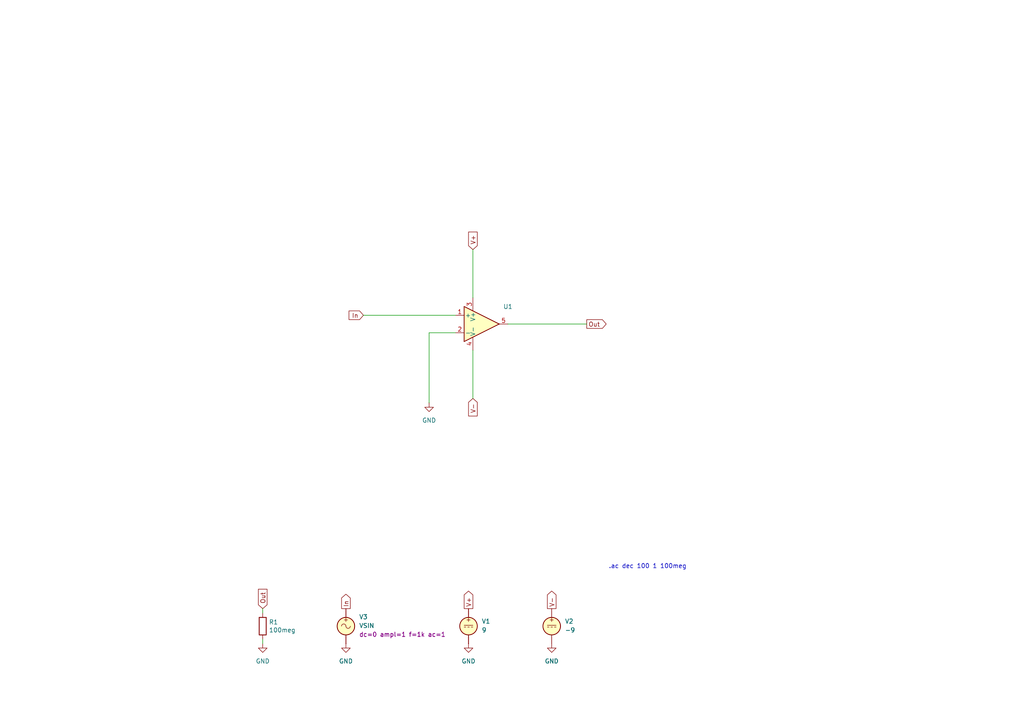
<source format=kicad_sch>
(kicad_sch (version 20231120) (generator "eeschema") (generator_version "8.0")
  (paper "A4")
  (title_block (title "OPamp, freerunning") (date "2024-05-27") (rev "2") (company "GitHub/OJStuff"))
  (lib_symbols
    (symbol "Device:R" (pin_numbers hide) (pin_names (offset 0))
      (property "Reference" "R" (at 2.032 0 90))
      (property "Value" "R" (at 0 0 90))
      (symbol "R_0_1"
        (rectangle (start -1.016 -2.54) (end 1.016 2.54) (stroke (width 0.254)))
      )
      (symbol "R_1_1"
        (pin passive line (at 0 3.81 270) (length 1.27) (name "~") (number "1"))
        (pin passive line (at 0 -3.81 90) (length 1.27) (name "~") (number "2"))
      )
    )
    (symbol "Simulation_SPICE:OPAMP" (pin_names (offset 0.254))
      (property "Reference" "U" (at 3.81 3.175 0))
      (property "Value" "${SIM.PARAMS}" (at 3.81 -3.175 0))
      (symbol "OPAMP_0_1"
        (polyline (pts (xy 5.08 0) (xy -5.08 5.08) (xy -5.08 -5.08) (xy 5.08 0)) (stroke (width 0.254)) (fill (type background)))
      )
      (symbol "OPAMP_1_1"
        (pin input line (at -7.62 2.54 0) (length 2.54) (name "+") (number "1"))
        (pin input line (at -7.62 -2.54 0) (length 2.54) (name "-") (number "2"))
        (pin power_in line (at -2.54 7.62 270) (length 3.81) (name "V+") (number "3"))
        (pin power_in line (at -2.54 -7.62 90) (length 3.81) (name "V-") (number "4"))
        (pin output line (at 7.62 0 180) (length 2.54) (name "~") (number "5"))
      )
    )
    (symbol "VDC_1" (pin_numbers hide) (pin_names (offset 0.0254))
      (property "Reference" "V" (at 2.54 2.54 0))
      (property "Value" "1" (at 2.54 0 0))
      (symbol "VDC_1_0_0"
        (polyline (pts (xy -1.27 0.254) (xy 1.27 0.254)))
        (polyline (pts (xy -0.762 -0.254) (xy -1.27 -0.254)))
        (polyline (pts (xy 0.254 -0.254) (xy -0.254 -0.254)))
        (polyline (pts (xy 1.27 -0.254) (xy 0.762 -0.254)))
        (text "+" (at 0 1.905 0) (effects (font (size 1.27 1.27))))
      )
      (symbol "VDC_1_0_1"
        (circle (center 0 0) (radius 2.54) (stroke (width 0.254)) (fill (type background)))
      )
      (symbol "VDC_1_1_1"
        (pin passive line (at 0 5.08 270) (length 2.54) (name "~") (number "1"))
        (pin passive line (at 0 -5.08 90) (length 2.54) (name "~") (number "2"))
      )
    )
    (symbol "VSIN_1" (pin_numbers hide) (pin_names (offset 0.0254))
      (property "Reference" "V" (at 2.54 2.54 0))
      (property "Value" "VSIN" (at 2.54 0 0))
      (property "Sim.Params" "dc=0 ampl=1 f=1k ac=1" (at 2.54 -2.54 0))
      (symbol "VSIN_1_0_0"
        (arc (start 0 0) (mid -0.635 0.6323) (end -1.27 0))
        (arc (start 0 0) (mid 0.635 -0.6323) (end 1.27 0))
        (text "+" (at 0 1.905 0) (effects (font (size 1.27 1.27))))
      )
      (symbol "VSIN_1_0_1"
        (circle (center 0 0) (radius 2.54) (stroke (width 0.254)) (fill (type background)))
      )
      (symbol "VSIN_1_1_1"
        (pin passive line (at 0 5.08 270) (length 2.54) (name "~") (number "1"))
        (pin passive line (at 0 -5.08 90) (length 2.54) (name "~") (number "2"))
      )
    )
    (symbol "power:GND" (power) (pin_numbers hide) (pin_names (offset 0) hide)
      (property "Value" "GND" (at 0 -3.81 0))
      (symbol "GND_0_1"
        (polyline (pts (xy 0 0) (xy 0 -1.27) (xy 1.27 -1.27) (xy 0 -2.54) (xy -1.27 -1.27) (xy 0 -1.27)))
      )
      (symbol "GND_1_1"
        (pin power_in line (at 0 0 270) (length 0) (name "~") (number "1"))
      )
    )
  )
  (wire (pts (xy 105.41 91.44) (xy 132.08 91.44)))
  (wire (pts (xy 147.32 93.98) (xy 170.18 93.98)))
  (wire (pts (xy 76.2 185.42) (xy 76.2 186.69)))
  (wire (pts (xy 124.46 96.52) (xy 124.46 116.84)))
  (wire (pts (xy 124.46 96.52) (xy 132.08 96.52)))
  (wire (pts (xy 76.2 176.53) (xy 76.2 177.8)))
  (wire (pts (xy 137.16 115.57) (xy 137.16 101.6)))
  (wire (pts (xy 137.16 72.39) (xy 137.16 86.36)))
  (text ".ac dec 100 1 100meg" (at 176.53 165.1 0) (effects (font (size 1.27 1.27)) (justify left bottom)))
  (global_label "V+" (shape input) (at 137.16 72.39 90) (property "Intersheetrefs" "${INTERSHEET_REFS}" (effects (hide yes))))
  (global_label "In" (shape input) (at 105.41 91.44 180) (property "Intersheetrefs" "${INTERSHEET_REFS}" (effects (hide yes))))
  (global_label "V-" (shape input) (at 137.16 115.57 270) (property "Intersheetrefs" "${INTERSHEET_REFS}" (effects (hide yes))))
  (global_label "In" (shape output) (at 100.33 176.53 90) (property "Intersheetrefs" "${INTERSHEET_REFS}" (effects (hide yes))))
  (global_label "Out" (shape output) (at 170.18 93.98 0) (property "Intersheetrefs" "${INTERSHEET_REFS}" (effects (hide yes))))
  (global_label "Out" (shape input) (at 76.2 176.53 90) (property "Intersheetrefs" "${INTERSHEET_REFS}" (effects (hide yes))))
  (global_label "V+" (shape output) (at 135.89 176.53 90) (property "Intersheetrefs" "${INTERSHEET_REFS}" (effects (hide yes))))
  (global_label "V-" (shape output) (at 160.02 176.53 90) (property "Intersheetrefs" "${INTERSHEET_REFS}" (effects (hide yes))))
  (symbol (lib_id "power:GND") (at 76.2 186.69 0) (unit 1)
    (property "Reference" "#PWR05" (effects (hide yes)))
    (property "Value" "GND" (at 76.2 191.77 0))
    (property "Description" "Power symbol creates a global label with name \"GND\" , ground" (effects (hide yes)))
  )
  (symbol (lib_name "VDC_1") (lib_id "Simulation_SPICE:VDC") (at 160.02 181.61 0) (unit 1)
    (property "Reference" "V2" (at 163.83 180.2101 0) (effects (justify left)))
    (property "Value" "-9" (at 163.83 182.7501 0) (effects (justify left)))
    (property "Datasheet" "https://ngspice.sourceforge.io/docs/ngspice-html-manual/manual.xhtml#sec_Independent_Sources_for" (effects (hide yes)))
    (property "Description" "Voltage source, DC" (effects (hide yes)))
    (property "Sim.Pins" "1=+ 2=-" (effects (hide yes)))
    (property "Sim.Type" "DC" (effects (hide yes)))
    (property "Sim.Device" "V" (effects (hide yes)))
  )
  (symbol (lib_name "VDC_1") (lib_id "Simulation_SPICE:VDC") (at 135.89 181.61 0) (unit 1)
    (property "Reference" "V1" (at 139.7 180.2101 0) (effects (justify left)))
    (property "Value" "9" (at 139.7 182.7501 0) (effects (justify left)))
    (property "Datasheet" "https://ngspice.sourceforge.io/docs/ngspice-html-manual/manual.xhtml#sec_Independent_Sources_for" (effects (hide yes)))
    (property "Description" "Voltage source, DC" (effects (hide yes)))
    (property "Sim.Pins" "1=+ 2=-" (effects (hide yes)))
    (property "Sim.Type" "DC" (effects (hide yes)))
    (property "Sim.Device" "V" (effects (hide yes)))
  )
  (symbol (lib_id "power:GND") (at 160.02 186.69 0) (unit 1)
    (property "Reference" "#PWR03" (effects (hide yes)))
    (property "Value" "GND" (at 160.02 191.77 0))
    (property "Description" "Power symbol creates a global label with name \"GND\" , ground" (effects (hide yes)))
  )
  (symbol (lib_id "power:GND") (at 100.33 186.69 0) (unit 1)
    (property "Reference" "#PWR01" (effects (hide yes)))
    (property "Value" "GND" (at 100.33 191.77 0))
    (property "Description" "Power symbol creates a global label with name \"GND\" , ground" (effects (hide yes)))
  )
  (symbol (lib_id "power:GND") (at 124.46 116.84 0) (unit 1)
    (property "Reference" "#PWR04" (effects (hide yes)))
    (property "Value" "GND" (at 124.46 121.92 0))
    (property "Description" "Power symbol creates a global label with name \"GND\" , ground" (effects (hide yes)))
  )
  (symbol (lib_id "Simulation_SPICE:OPAMP") (at 139.7 93.98 0) (unit 1)
    (property "Reference" "U1" (at 147.32 88.9314 0))
    (property "Value" "${SIM.PARAMS}" (at 147.32 90.8365 0))
    (property "Datasheet" "https://ngspice.sourceforge.io/docs/ngspice-html-manual/manual.xhtml#sec__SUBCKT_Subcircuits" (effects (hide yes)))
    (property "Description" "Operational amplifier, single, node sequence=1:+ 2:- 3:OUT 4:V+ 5:V-" (effects (hide yes)))
    (property "Sim.Pins" "1=in+ 2=in- 3=vcc 4=vee 5=out" (effects (hide yes)))
    (property "Sim.Device" "SUBCKT" (effects (hide yes)))
    (property "Sim.Library" "${KICAD7_SYMBOL_DIR}/Simulation_SPICE.sp" (effects (hide yes)))
    (property "Sim.Name" "kicad_builtin_opamp" (effects (hide yes)))
  )
  (symbol (lib_id "Device:R") (at 76.2 181.61 0) (unit 1)
    (property "Reference" "R1" (at 77.978 180.4416 0) (effects (justify left)))
    (property "Value" "100meg" (at 77.978 182.753 0) (effects (justify left)))
  )
  (symbol (lib_name "VSIN_1") (lib_id "Simulation_SPICE:VSIN") (at 100.33 181.61 0) (unit 1)
    (property "Reference" "V3" (at 104.14 178.9401 0) (effects (justify left)))
    (property "Value" "VSIN" (at 104.14 181.4801 0) (effects (justify left)))
    (property "Datasheet" "https://ngspice.sourceforge.io/docs/ngspice-html-manual/manual.xhtml#sec_Independent_Sources_for" (effects (hide yes)))
    (property "Description" "Voltage source, sinusoidal" (effects (hide yes)))
    (property "Sim.Pins" "1=+ 2=-" (effects (hide yes)))
    (property "Sim.Params" "dc=0 ampl=1 f=1k ac=1" (at 104.14 184.0201 0) (effects (justify left)))
    (property "Sim.Type" "SIN" (effects (hide yes)))
    (property "Sim.Device" "V" (effects (hide yes)))
  )
  (symbol (lib_id "power:GND") (at 135.89 186.69 0) (unit 1)
    (property "Reference" "#PWR02" (effects (hide yes)))
    (property "Value" "GND" (at 135.89 191.77 0))
    (property "Description" "Power symbol creates a global label with name \"GND\" , ground" (effects (hide yes)))
  )
)
</source>
